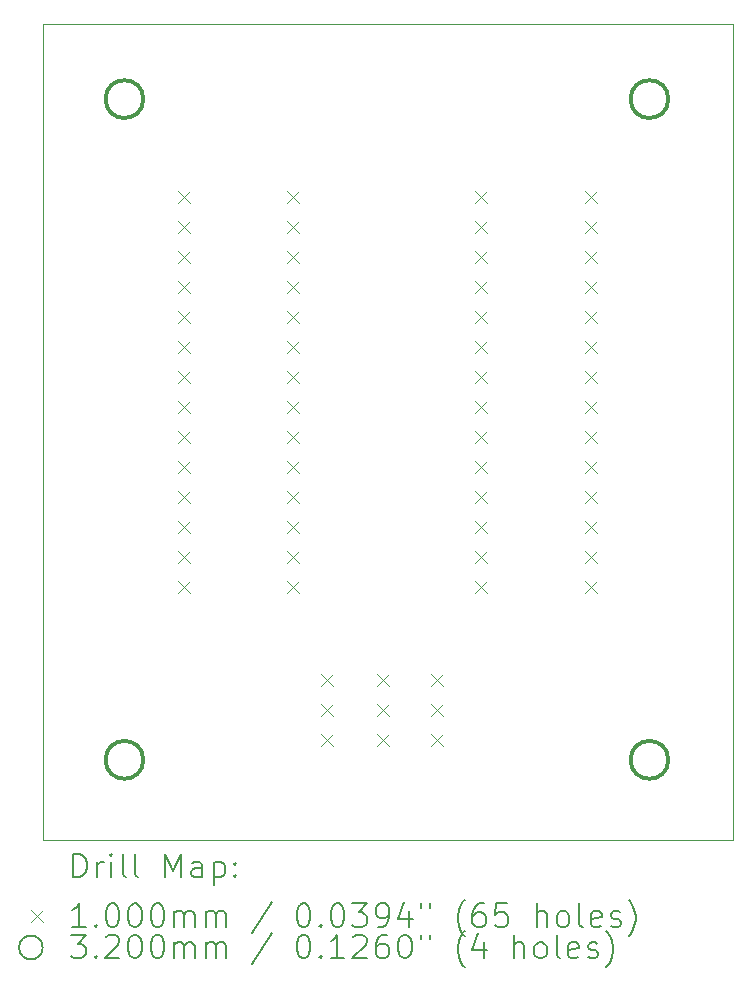
<source format=gbr>
%TF.GenerationSoftware,KiCad,Pcbnew,(6.0.9)*%
%TF.CreationDate,2024-12-27T08:11:09-03:00*%
%TF.ProjectId,shield teensy_v2,73686965-6c64-4207-9465-656e73795f76,rev?*%
%TF.SameCoordinates,Original*%
%TF.FileFunction,Drillmap*%
%TF.FilePolarity,Positive*%
%FSLAX45Y45*%
G04 Gerber Fmt 4.5, Leading zero omitted, Abs format (unit mm)*
G04 Created by KiCad (PCBNEW (6.0.9)) date 2024-12-27 08:11:09*
%MOMM*%
%LPD*%
G01*
G04 APERTURE LIST*
%ADD10C,0.100000*%
%ADD11C,0.200000*%
%ADD12C,0.320000*%
G04 APERTURE END LIST*
D10*
X20173000Y-13145000D02*
X14334000Y-13145000D01*
X14334000Y-13145000D02*
X14334000Y-6237000D01*
X14334000Y-6237000D02*
X20173000Y-6237000D01*
X20173000Y-6237000D02*
X20173000Y-13145000D01*
D11*
D10*
X15474119Y-7652500D02*
X15574119Y-7752500D01*
X15574119Y-7652500D02*
X15474119Y-7752500D01*
X15474119Y-7906500D02*
X15574119Y-8006500D01*
X15574119Y-7906500D02*
X15474119Y-8006500D01*
X15474119Y-8160500D02*
X15574119Y-8260500D01*
X15574119Y-8160500D02*
X15474119Y-8260500D01*
X15474119Y-8414500D02*
X15574119Y-8514500D01*
X15574119Y-8414500D02*
X15474119Y-8514500D01*
X15474119Y-8668500D02*
X15574119Y-8768500D01*
X15574119Y-8668500D02*
X15474119Y-8768500D01*
X15474119Y-8922500D02*
X15574119Y-9022500D01*
X15574119Y-8922500D02*
X15474119Y-9022500D01*
X15474119Y-9176500D02*
X15574119Y-9276500D01*
X15574119Y-9176500D02*
X15474119Y-9276500D01*
X15474119Y-9430500D02*
X15574119Y-9530500D01*
X15574119Y-9430500D02*
X15474119Y-9530500D01*
X15474119Y-9684500D02*
X15574119Y-9784500D01*
X15574119Y-9684500D02*
X15474119Y-9784500D01*
X15474119Y-9938500D02*
X15574119Y-10038500D01*
X15574119Y-9938500D02*
X15474119Y-10038500D01*
X15474119Y-10192500D02*
X15574119Y-10292500D01*
X15574119Y-10192500D02*
X15474119Y-10292500D01*
X15474119Y-10446500D02*
X15574119Y-10546500D01*
X15574119Y-10446500D02*
X15474119Y-10546500D01*
X15474119Y-10700500D02*
X15574119Y-10800500D01*
X15574119Y-10700500D02*
X15474119Y-10800500D01*
X15474119Y-10954500D02*
X15574119Y-11054500D01*
X15574119Y-10954500D02*
X15474119Y-11054500D01*
X16395619Y-7652500D02*
X16495619Y-7752500D01*
X16495619Y-7652500D02*
X16395619Y-7752500D01*
X16395619Y-7906500D02*
X16495619Y-8006500D01*
X16495619Y-7906500D02*
X16395619Y-8006500D01*
X16395619Y-8160500D02*
X16495619Y-8260500D01*
X16495619Y-8160500D02*
X16395619Y-8260500D01*
X16395619Y-8414500D02*
X16495619Y-8514500D01*
X16495619Y-8414500D02*
X16395619Y-8514500D01*
X16395619Y-8668500D02*
X16495619Y-8768500D01*
X16495619Y-8668500D02*
X16395619Y-8768500D01*
X16395619Y-8922500D02*
X16495619Y-9022500D01*
X16495619Y-8922500D02*
X16395619Y-9022500D01*
X16395619Y-9176500D02*
X16495619Y-9276500D01*
X16495619Y-9176500D02*
X16395619Y-9276500D01*
X16395619Y-9430500D02*
X16495619Y-9530500D01*
X16495619Y-9430500D02*
X16395619Y-9530500D01*
X16395619Y-9684500D02*
X16495619Y-9784500D01*
X16495619Y-9684500D02*
X16395619Y-9784500D01*
X16395619Y-9938500D02*
X16495619Y-10038500D01*
X16495619Y-9938500D02*
X16395619Y-10038500D01*
X16395619Y-10192500D02*
X16495619Y-10292500D01*
X16495619Y-10192500D02*
X16395619Y-10292500D01*
X16395619Y-10446500D02*
X16495619Y-10546500D01*
X16495619Y-10446500D02*
X16395619Y-10546500D01*
X16395619Y-10700500D02*
X16495619Y-10800500D01*
X16495619Y-10700500D02*
X16395619Y-10800500D01*
X16395619Y-10954500D02*
X16495619Y-11054500D01*
X16495619Y-10954500D02*
X16395619Y-11054500D01*
X16689000Y-11736000D02*
X16789000Y-11836000D01*
X16789000Y-11736000D02*
X16689000Y-11836000D01*
X16689000Y-11990000D02*
X16789000Y-12090000D01*
X16789000Y-11990000D02*
X16689000Y-12090000D01*
X16689000Y-12244000D02*
X16789000Y-12344000D01*
X16789000Y-12244000D02*
X16689000Y-12344000D01*
X17158000Y-11736000D02*
X17258000Y-11836000D01*
X17258000Y-11736000D02*
X17158000Y-11836000D01*
X17158000Y-11990000D02*
X17258000Y-12090000D01*
X17258000Y-11990000D02*
X17158000Y-12090000D01*
X17158000Y-12244000D02*
X17258000Y-12344000D01*
X17258000Y-12244000D02*
X17158000Y-12344000D01*
X17618000Y-11736000D02*
X17718000Y-11836000D01*
X17718000Y-11736000D02*
X17618000Y-11836000D01*
X17618000Y-11990000D02*
X17718000Y-12090000D01*
X17718000Y-11990000D02*
X17618000Y-12090000D01*
X17618000Y-12244000D02*
X17718000Y-12344000D01*
X17718000Y-12244000D02*
X17618000Y-12344000D01*
X17987000Y-7652500D02*
X18087000Y-7752500D01*
X18087000Y-7652500D02*
X17987000Y-7752500D01*
X17987000Y-7906500D02*
X18087000Y-8006500D01*
X18087000Y-7906500D02*
X17987000Y-8006500D01*
X17987000Y-8160500D02*
X18087000Y-8260500D01*
X18087000Y-8160500D02*
X17987000Y-8260500D01*
X17987000Y-8414500D02*
X18087000Y-8514500D01*
X18087000Y-8414500D02*
X17987000Y-8514500D01*
X17987000Y-8668500D02*
X18087000Y-8768500D01*
X18087000Y-8668500D02*
X17987000Y-8768500D01*
X17987000Y-8922500D02*
X18087000Y-9022500D01*
X18087000Y-8922500D02*
X17987000Y-9022500D01*
X17987000Y-9176500D02*
X18087000Y-9276500D01*
X18087000Y-9176500D02*
X17987000Y-9276500D01*
X17987000Y-9430500D02*
X18087000Y-9530500D01*
X18087000Y-9430500D02*
X17987000Y-9530500D01*
X17987000Y-9684500D02*
X18087000Y-9784500D01*
X18087000Y-9684500D02*
X17987000Y-9784500D01*
X17987000Y-9938500D02*
X18087000Y-10038500D01*
X18087000Y-9938500D02*
X17987000Y-10038500D01*
X17987000Y-10192500D02*
X18087000Y-10292500D01*
X18087000Y-10192500D02*
X17987000Y-10292500D01*
X17987000Y-10446500D02*
X18087000Y-10546500D01*
X18087000Y-10446500D02*
X17987000Y-10546500D01*
X17987000Y-10700500D02*
X18087000Y-10800500D01*
X18087000Y-10700500D02*
X17987000Y-10800500D01*
X17987000Y-10954500D02*
X18087000Y-11054500D01*
X18087000Y-10954500D02*
X17987000Y-11054500D01*
X18922072Y-7652500D02*
X19022072Y-7752500D01*
X19022072Y-7652500D02*
X18922072Y-7752500D01*
X18922072Y-7906500D02*
X19022072Y-8006500D01*
X19022072Y-7906500D02*
X18922072Y-8006500D01*
X18922072Y-8160500D02*
X19022072Y-8260500D01*
X19022072Y-8160500D02*
X18922072Y-8260500D01*
X18922072Y-8414500D02*
X19022072Y-8514500D01*
X19022072Y-8414500D02*
X18922072Y-8514500D01*
X18922072Y-8668500D02*
X19022072Y-8768500D01*
X19022072Y-8668500D02*
X18922072Y-8768500D01*
X18922072Y-8922500D02*
X19022072Y-9022500D01*
X19022072Y-8922500D02*
X18922072Y-9022500D01*
X18922072Y-9176500D02*
X19022072Y-9276500D01*
X19022072Y-9176500D02*
X18922072Y-9276500D01*
X18922072Y-9430500D02*
X19022072Y-9530500D01*
X19022072Y-9430500D02*
X18922072Y-9530500D01*
X18922072Y-9684500D02*
X19022072Y-9784500D01*
X19022072Y-9684500D02*
X18922072Y-9784500D01*
X18922072Y-9938500D02*
X19022072Y-10038500D01*
X19022072Y-9938500D02*
X18922072Y-10038500D01*
X18922072Y-10192500D02*
X19022072Y-10292500D01*
X19022072Y-10192500D02*
X18922072Y-10292500D01*
X18922072Y-10446500D02*
X19022072Y-10546500D01*
X19022072Y-10446500D02*
X18922072Y-10546500D01*
X18922072Y-10700500D02*
X19022072Y-10800500D01*
X19022072Y-10700500D02*
X18922072Y-10800500D01*
X18922072Y-10954500D02*
X19022072Y-11054500D01*
X19022072Y-10954500D02*
X18922072Y-11054500D01*
D12*
X15181000Y-6871000D02*
G75*
G03*
X15181000Y-6871000I-160000J0D01*
G01*
X15181000Y-12465000D02*
G75*
G03*
X15181000Y-12465000I-160000J0D01*
G01*
X19626000Y-6871000D02*
G75*
G03*
X19626000Y-6871000I-160000J0D01*
G01*
X19626000Y-12465000D02*
G75*
G03*
X19626000Y-12465000I-160000J0D01*
G01*
D11*
X14586619Y-13460476D02*
X14586619Y-13260476D01*
X14634238Y-13260476D01*
X14662809Y-13270000D01*
X14681857Y-13289048D01*
X14691381Y-13308095D01*
X14700905Y-13346190D01*
X14700905Y-13374762D01*
X14691381Y-13412857D01*
X14681857Y-13431905D01*
X14662809Y-13450952D01*
X14634238Y-13460476D01*
X14586619Y-13460476D01*
X14786619Y-13460476D02*
X14786619Y-13327143D01*
X14786619Y-13365238D02*
X14796143Y-13346190D01*
X14805667Y-13336667D01*
X14824714Y-13327143D01*
X14843762Y-13327143D01*
X14910428Y-13460476D02*
X14910428Y-13327143D01*
X14910428Y-13260476D02*
X14900905Y-13270000D01*
X14910428Y-13279524D01*
X14919952Y-13270000D01*
X14910428Y-13260476D01*
X14910428Y-13279524D01*
X15034238Y-13460476D02*
X15015190Y-13450952D01*
X15005667Y-13431905D01*
X15005667Y-13260476D01*
X15139000Y-13460476D02*
X15119952Y-13450952D01*
X15110428Y-13431905D01*
X15110428Y-13260476D01*
X15367571Y-13460476D02*
X15367571Y-13260476D01*
X15434238Y-13403333D01*
X15500905Y-13260476D01*
X15500905Y-13460476D01*
X15681857Y-13460476D02*
X15681857Y-13355714D01*
X15672333Y-13336667D01*
X15653286Y-13327143D01*
X15615190Y-13327143D01*
X15596143Y-13336667D01*
X15681857Y-13450952D02*
X15662809Y-13460476D01*
X15615190Y-13460476D01*
X15596143Y-13450952D01*
X15586619Y-13431905D01*
X15586619Y-13412857D01*
X15596143Y-13393809D01*
X15615190Y-13384286D01*
X15662809Y-13384286D01*
X15681857Y-13374762D01*
X15777095Y-13327143D02*
X15777095Y-13527143D01*
X15777095Y-13336667D02*
X15796143Y-13327143D01*
X15834238Y-13327143D01*
X15853286Y-13336667D01*
X15862809Y-13346190D01*
X15872333Y-13365238D01*
X15872333Y-13422381D01*
X15862809Y-13441428D01*
X15853286Y-13450952D01*
X15834238Y-13460476D01*
X15796143Y-13460476D01*
X15777095Y-13450952D01*
X15958048Y-13441428D02*
X15967571Y-13450952D01*
X15958048Y-13460476D01*
X15948524Y-13450952D01*
X15958048Y-13441428D01*
X15958048Y-13460476D01*
X15958048Y-13336667D02*
X15967571Y-13346190D01*
X15958048Y-13355714D01*
X15948524Y-13346190D01*
X15958048Y-13336667D01*
X15958048Y-13355714D01*
D10*
X14229000Y-13740000D02*
X14329000Y-13840000D01*
X14329000Y-13740000D02*
X14229000Y-13840000D01*
D11*
X14691381Y-13880476D02*
X14577095Y-13880476D01*
X14634238Y-13880476D02*
X14634238Y-13680476D01*
X14615190Y-13709048D01*
X14596143Y-13728095D01*
X14577095Y-13737619D01*
X14777095Y-13861428D02*
X14786619Y-13870952D01*
X14777095Y-13880476D01*
X14767571Y-13870952D01*
X14777095Y-13861428D01*
X14777095Y-13880476D01*
X14910428Y-13680476D02*
X14929476Y-13680476D01*
X14948524Y-13690000D01*
X14958048Y-13699524D01*
X14967571Y-13718571D01*
X14977095Y-13756667D01*
X14977095Y-13804286D01*
X14967571Y-13842381D01*
X14958048Y-13861428D01*
X14948524Y-13870952D01*
X14929476Y-13880476D01*
X14910428Y-13880476D01*
X14891381Y-13870952D01*
X14881857Y-13861428D01*
X14872333Y-13842381D01*
X14862809Y-13804286D01*
X14862809Y-13756667D01*
X14872333Y-13718571D01*
X14881857Y-13699524D01*
X14891381Y-13690000D01*
X14910428Y-13680476D01*
X15100905Y-13680476D02*
X15119952Y-13680476D01*
X15139000Y-13690000D01*
X15148524Y-13699524D01*
X15158048Y-13718571D01*
X15167571Y-13756667D01*
X15167571Y-13804286D01*
X15158048Y-13842381D01*
X15148524Y-13861428D01*
X15139000Y-13870952D01*
X15119952Y-13880476D01*
X15100905Y-13880476D01*
X15081857Y-13870952D01*
X15072333Y-13861428D01*
X15062809Y-13842381D01*
X15053286Y-13804286D01*
X15053286Y-13756667D01*
X15062809Y-13718571D01*
X15072333Y-13699524D01*
X15081857Y-13690000D01*
X15100905Y-13680476D01*
X15291381Y-13680476D02*
X15310428Y-13680476D01*
X15329476Y-13690000D01*
X15339000Y-13699524D01*
X15348524Y-13718571D01*
X15358048Y-13756667D01*
X15358048Y-13804286D01*
X15348524Y-13842381D01*
X15339000Y-13861428D01*
X15329476Y-13870952D01*
X15310428Y-13880476D01*
X15291381Y-13880476D01*
X15272333Y-13870952D01*
X15262809Y-13861428D01*
X15253286Y-13842381D01*
X15243762Y-13804286D01*
X15243762Y-13756667D01*
X15253286Y-13718571D01*
X15262809Y-13699524D01*
X15272333Y-13690000D01*
X15291381Y-13680476D01*
X15443762Y-13880476D02*
X15443762Y-13747143D01*
X15443762Y-13766190D02*
X15453286Y-13756667D01*
X15472333Y-13747143D01*
X15500905Y-13747143D01*
X15519952Y-13756667D01*
X15529476Y-13775714D01*
X15529476Y-13880476D01*
X15529476Y-13775714D02*
X15539000Y-13756667D01*
X15558048Y-13747143D01*
X15586619Y-13747143D01*
X15605667Y-13756667D01*
X15615190Y-13775714D01*
X15615190Y-13880476D01*
X15710428Y-13880476D02*
X15710428Y-13747143D01*
X15710428Y-13766190D02*
X15719952Y-13756667D01*
X15739000Y-13747143D01*
X15767571Y-13747143D01*
X15786619Y-13756667D01*
X15796143Y-13775714D01*
X15796143Y-13880476D01*
X15796143Y-13775714D02*
X15805667Y-13756667D01*
X15824714Y-13747143D01*
X15853286Y-13747143D01*
X15872333Y-13756667D01*
X15881857Y-13775714D01*
X15881857Y-13880476D01*
X16272333Y-13670952D02*
X16100905Y-13928095D01*
X16529476Y-13680476D02*
X16548524Y-13680476D01*
X16567571Y-13690000D01*
X16577095Y-13699524D01*
X16586619Y-13718571D01*
X16596143Y-13756667D01*
X16596143Y-13804286D01*
X16586619Y-13842381D01*
X16577095Y-13861428D01*
X16567571Y-13870952D01*
X16548524Y-13880476D01*
X16529476Y-13880476D01*
X16510428Y-13870952D01*
X16500905Y-13861428D01*
X16491381Y-13842381D01*
X16481857Y-13804286D01*
X16481857Y-13756667D01*
X16491381Y-13718571D01*
X16500905Y-13699524D01*
X16510428Y-13690000D01*
X16529476Y-13680476D01*
X16681857Y-13861428D02*
X16691381Y-13870952D01*
X16681857Y-13880476D01*
X16672333Y-13870952D01*
X16681857Y-13861428D01*
X16681857Y-13880476D01*
X16815190Y-13680476D02*
X16834238Y-13680476D01*
X16853286Y-13690000D01*
X16862810Y-13699524D01*
X16872333Y-13718571D01*
X16881857Y-13756667D01*
X16881857Y-13804286D01*
X16872333Y-13842381D01*
X16862810Y-13861428D01*
X16853286Y-13870952D01*
X16834238Y-13880476D01*
X16815190Y-13880476D01*
X16796143Y-13870952D01*
X16786619Y-13861428D01*
X16777095Y-13842381D01*
X16767571Y-13804286D01*
X16767571Y-13756667D01*
X16777095Y-13718571D01*
X16786619Y-13699524D01*
X16796143Y-13690000D01*
X16815190Y-13680476D01*
X16948524Y-13680476D02*
X17072333Y-13680476D01*
X17005667Y-13756667D01*
X17034238Y-13756667D01*
X17053286Y-13766190D01*
X17062810Y-13775714D01*
X17072333Y-13794762D01*
X17072333Y-13842381D01*
X17062810Y-13861428D01*
X17053286Y-13870952D01*
X17034238Y-13880476D01*
X16977095Y-13880476D01*
X16958048Y-13870952D01*
X16948524Y-13861428D01*
X17167571Y-13880476D02*
X17205667Y-13880476D01*
X17224714Y-13870952D01*
X17234238Y-13861428D01*
X17253286Y-13832857D01*
X17262810Y-13794762D01*
X17262810Y-13718571D01*
X17253286Y-13699524D01*
X17243762Y-13690000D01*
X17224714Y-13680476D01*
X17186619Y-13680476D01*
X17167571Y-13690000D01*
X17158048Y-13699524D01*
X17148524Y-13718571D01*
X17148524Y-13766190D01*
X17158048Y-13785238D01*
X17167571Y-13794762D01*
X17186619Y-13804286D01*
X17224714Y-13804286D01*
X17243762Y-13794762D01*
X17253286Y-13785238D01*
X17262810Y-13766190D01*
X17434238Y-13747143D02*
X17434238Y-13880476D01*
X17386619Y-13670952D02*
X17339000Y-13813809D01*
X17462810Y-13813809D01*
X17529476Y-13680476D02*
X17529476Y-13718571D01*
X17605667Y-13680476D02*
X17605667Y-13718571D01*
X17900905Y-13956667D02*
X17891381Y-13947143D01*
X17872333Y-13918571D01*
X17862810Y-13899524D01*
X17853286Y-13870952D01*
X17843762Y-13823333D01*
X17843762Y-13785238D01*
X17853286Y-13737619D01*
X17862810Y-13709048D01*
X17872333Y-13690000D01*
X17891381Y-13661428D01*
X17900905Y-13651905D01*
X18062810Y-13680476D02*
X18024714Y-13680476D01*
X18005667Y-13690000D01*
X17996143Y-13699524D01*
X17977095Y-13728095D01*
X17967571Y-13766190D01*
X17967571Y-13842381D01*
X17977095Y-13861428D01*
X17986619Y-13870952D01*
X18005667Y-13880476D01*
X18043762Y-13880476D01*
X18062810Y-13870952D01*
X18072333Y-13861428D01*
X18081857Y-13842381D01*
X18081857Y-13794762D01*
X18072333Y-13775714D01*
X18062810Y-13766190D01*
X18043762Y-13756667D01*
X18005667Y-13756667D01*
X17986619Y-13766190D01*
X17977095Y-13775714D01*
X17967571Y-13794762D01*
X18262810Y-13680476D02*
X18167571Y-13680476D01*
X18158048Y-13775714D01*
X18167571Y-13766190D01*
X18186619Y-13756667D01*
X18234238Y-13756667D01*
X18253286Y-13766190D01*
X18262810Y-13775714D01*
X18272333Y-13794762D01*
X18272333Y-13842381D01*
X18262810Y-13861428D01*
X18253286Y-13870952D01*
X18234238Y-13880476D01*
X18186619Y-13880476D01*
X18167571Y-13870952D01*
X18158048Y-13861428D01*
X18510429Y-13880476D02*
X18510429Y-13680476D01*
X18596143Y-13880476D02*
X18596143Y-13775714D01*
X18586619Y-13756667D01*
X18567571Y-13747143D01*
X18539000Y-13747143D01*
X18519952Y-13756667D01*
X18510429Y-13766190D01*
X18719952Y-13880476D02*
X18700905Y-13870952D01*
X18691381Y-13861428D01*
X18681857Y-13842381D01*
X18681857Y-13785238D01*
X18691381Y-13766190D01*
X18700905Y-13756667D01*
X18719952Y-13747143D01*
X18748524Y-13747143D01*
X18767571Y-13756667D01*
X18777095Y-13766190D01*
X18786619Y-13785238D01*
X18786619Y-13842381D01*
X18777095Y-13861428D01*
X18767571Y-13870952D01*
X18748524Y-13880476D01*
X18719952Y-13880476D01*
X18900905Y-13880476D02*
X18881857Y-13870952D01*
X18872333Y-13851905D01*
X18872333Y-13680476D01*
X19053286Y-13870952D02*
X19034238Y-13880476D01*
X18996143Y-13880476D01*
X18977095Y-13870952D01*
X18967571Y-13851905D01*
X18967571Y-13775714D01*
X18977095Y-13756667D01*
X18996143Y-13747143D01*
X19034238Y-13747143D01*
X19053286Y-13756667D01*
X19062810Y-13775714D01*
X19062810Y-13794762D01*
X18967571Y-13813809D01*
X19139000Y-13870952D02*
X19158048Y-13880476D01*
X19196143Y-13880476D01*
X19215190Y-13870952D01*
X19224714Y-13851905D01*
X19224714Y-13842381D01*
X19215190Y-13823333D01*
X19196143Y-13813809D01*
X19167571Y-13813809D01*
X19148524Y-13804286D01*
X19139000Y-13785238D01*
X19139000Y-13775714D01*
X19148524Y-13756667D01*
X19167571Y-13747143D01*
X19196143Y-13747143D01*
X19215190Y-13756667D01*
X19291381Y-13956667D02*
X19300905Y-13947143D01*
X19319952Y-13918571D01*
X19329476Y-13899524D01*
X19339000Y-13870952D01*
X19348524Y-13823333D01*
X19348524Y-13785238D01*
X19339000Y-13737619D01*
X19329476Y-13709048D01*
X19319952Y-13690000D01*
X19300905Y-13661428D01*
X19291381Y-13651905D01*
X14329000Y-14054000D02*
G75*
G03*
X14329000Y-14054000I-100000J0D01*
G01*
X14567571Y-13944476D02*
X14691381Y-13944476D01*
X14624714Y-14020667D01*
X14653286Y-14020667D01*
X14672333Y-14030190D01*
X14681857Y-14039714D01*
X14691381Y-14058762D01*
X14691381Y-14106381D01*
X14681857Y-14125428D01*
X14672333Y-14134952D01*
X14653286Y-14144476D01*
X14596143Y-14144476D01*
X14577095Y-14134952D01*
X14567571Y-14125428D01*
X14777095Y-14125428D02*
X14786619Y-14134952D01*
X14777095Y-14144476D01*
X14767571Y-14134952D01*
X14777095Y-14125428D01*
X14777095Y-14144476D01*
X14862809Y-13963524D02*
X14872333Y-13954000D01*
X14891381Y-13944476D01*
X14939000Y-13944476D01*
X14958048Y-13954000D01*
X14967571Y-13963524D01*
X14977095Y-13982571D01*
X14977095Y-14001619D01*
X14967571Y-14030190D01*
X14853286Y-14144476D01*
X14977095Y-14144476D01*
X15100905Y-13944476D02*
X15119952Y-13944476D01*
X15139000Y-13954000D01*
X15148524Y-13963524D01*
X15158048Y-13982571D01*
X15167571Y-14020667D01*
X15167571Y-14068286D01*
X15158048Y-14106381D01*
X15148524Y-14125428D01*
X15139000Y-14134952D01*
X15119952Y-14144476D01*
X15100905Y-14144476D01*
X15081857Y-14134952D01*
X15072333Y-14125428D01*
X15062809Y-14106381D01*
X15053286Y-14068286D01*
X15053286Y-14020667D01*
X15062809Y-13982571D01*
X15072333Y-13963524D01*
X15081857Y-13954000D01*
X15100905Y-13944476D01*
X15291381Y-13944476D02*
X15310428Y-13944476D01*
X15329476Y-13954000D01*
X15339000Y-13963524D01*
X15348524Y-13982571D01*
X15358048Y-14020667D01*
X15358048Y-14068286D01*
X15348524Y-14106381D01*
X15339000Y-14125428D01*
X15329476Y-14134952D01*
X15310428Y-14144476D01*
X15291381Y-14144476D01*
X15272333Y-14134952D01*
X15262809Y-14125428D01*
X15253286Y-14106381D01*
X15243762Y-14068286D01*
X15243762Y-14020667D01*
X15253286Y-13982571D01*
X15262809Y-13963524D01*
X15272333Y-13954000D01*
X15291381Y-13944476D01*
X15443762Y-14144476D02*
X15443762Y-14011143D01*
X15443762Y-14030190D02*
X15453286Y-14020667D01*
X15472333Y-14011143D01*
X15500905Y-14011143D01*
X15519952Y-14020667D01*
X15529476Y-14039714D01*
X15529476Y-14144476D01*
X15529476Y-14039714D02*
X15539000Y-14020667D01*
X15558048Y-14011143D01*
X15586619Y-14011143D01*
X15605667Y-14020667D01*
X15615190Y-14039714D01*
X15615190Y-14144476D01*
X15710428Y-14144476D02*
X15710428Y-14011143D01*
X15710428Y-14030190D02*
X15719952Y-14020667D01*
X15739000Y-14011143D01*
X15767571Y-14011143D01*
X15786619Y-14020667D01*
X15796143Y-14039714D01*
X15796143Y-14144476D01*
X15796143Y-14039714D02*
X15805667Y-14020667D01*
X15824714Y-14011143D01*
X15853286Y-14011143D01*
X15872333Y-14020667D01*
X15881857Y-14039714D01*
X15881857Y-14144476D01*
X16272333Y-13934952D02*
X16100905Y-14192095D01*
X16529476Y-13944476D02*
X16548524Y-13944476D01*
X16567571Y-13954000D01*
X16577095Y-13963524D01*
X16586619Y-13982571D01*
X16596143Y-14020667D01*
X16596143Y-14068286D01*
X16586619Y-14106381D01*
X16577095Y-14125428D01*
X16567571Y-14134952D01*
X16548524Y-14144476D01*
X16529476Y-14144476D01*
X16510428Y-14134952D01*
X16500905Y-14125428D01*
X16491381Y-14106381D01*
X16481857Y-14068286D01*
X16481857Y-14020667D01*
X16491381Y-13982571D01*
X16500905Y-13963524D01*
X16510428Y-13954000D01*
X16529476Y-13944476D01*
X16681857Y-14125428D02*
X16691381Y-14134952D01*
X16681857Y-14144476D01*
X16672333Y-14134952D01*
X16681857Y-14125428D01*
X16681857Y-14144476D01*
X16881857Y-14144476D02*
X16767571Y-14144476D01*
X16824714Y-14144476D02*
X16824714Y-13944476D01*
X16805667Y-13973048D01*
X16786619Y-13992095D01*
X16767571Y-14001619D01*
X16958048Y-13963524D02*
X16967571Y-13954000D01*
X16986619Y-13944476D01*
X17034238Y-13944476D01*
X17053286Y-13954000D01*
X17062810Y-13963524D01*
X17072333Y-13982571D01*
X17072333Y-14001619D01*
X17062810Y-14030190D01*
X16948524Y-14144476D01*
X17072333Y-14144476D01*
X17243762Y-13944476D02*
X17205667Y-13944476D01*
X17186619Y-13954000D01*
X17177095Y-13963524D01*
X17158048Y-13992095D01*
X17148524Y-14030190D01*
X17148524Y-14106381D01*
X17158048Y-14125428D01*
X17167571Y-14134952D01*
X17186619Y-14144476D01*
X17224714Y-14144476D01*
X17243762Y-14134952D01*
X17253286Y-14125428D01*
X17262810Y-14106381D01*
X17262810Y-14058762D01*
X17253286Y-14039714D01*
X17243762Y-14030190D01*
X17224714Y-14020667D01*
X17186619Y-14020667D01*
X17167571Y-14030190D01*
X17158048Y-14039714D01*
X17148524Y-14058762D01*
X17386619Y-13944476D02*
X17405667Y-13944476D01*
X17424714Y-13954000D01*
X17434238Y-13963524D01*
X17443762Y-13982571D01*
X17453286Y-14020667D01*
X17453286Y-14068286D01*
X17443762Y-14106381D01*
X17434238Y-14125428D01*
X17424714Y-14134952D01*
X17405667Y-14144476D01*
X17386619Y-14144476D01*
X17367571Y-14134952D01*
X17358048Y-14125428D01*
X17348524Y-14106381D01*
X17339000Y-14068286D01*
X17339000Y-14020667D01*
X17348524Y-13982571D01*
X17358048Y-13963524D01*
X17367571Y-13954000D01*
X17386619Y-13944476D01*
X17529476Y-13944476D02*
X17529476Y-13982571D01*
X17605667Y-13944476D02*
X17605667Y-13982571D01*
X17900905Y-14220667D02*
X17891381Y-14211143D01*
X17872333Y-14182571D01*
X17862810Y-14163524D01*
X17853286Y-14134952D01*
X17843762Y-14087333D01*
X17843762Y-14049238D01*
X17853286Y-14001619D01*
X17862810Y-13973048D01*
X17872333Y-13954000D01*
X17891381Y-13925428D01*
X17900905Y-13915905D01*
X18062810Y-14011143D02*
X18062810Y-14144476D01*
X18015190Y-13934952D02*
X17967571Y-14077809D01*
X18091381Y-14077809D01*
X18319952Y-14144476D02*
X18319952Y-13944476D01*
X18405667Y-14144476D02*
X18405667Y-14039714D01*
X18396143Y-14020667D01*
X18377095Y-14011143D01*
X18348524Y-14011143D01*
X18329476Y-14020667D01*
X18319952Y-14030190D01*
X18529476Y-14144476D02*
X18510429Y-14134952D01*
X18500905Y-14125428D01*
X18491381Y-14106381D01*
X18491381Y-14049238D01*
X18500905Y-14030190D01*
X18510429Y-14020667D01*
X18529476Y-14011143D01*
X18558048Y-14011143D01*
X18577095Y-14020667D01*
X18586619Y-14030190D01*
X18596143Y-14049238D01*
X18596143Y-14106381D01*
X18586619Y-14125428D01*
X18577095Y-14134952D01*
X18558048Y-14144476D01*
X18529476Y-14144476D01*
X18710429Y-14144476D02*
X18691381Y-14134952D01*
X18681857Y-14115905D01*
X18681857Y-13944476D01*
X18862810Y-14134952D02*
X18843762Y-14144476D01*
X18805667Y-14144476D01*
X18786619Y-14134952D01*
X18777095Y-14115905D01*
X18777095Y-14039714D01*
X18786619Y-14020667D01*
X18805667Y-14011143D01*
X18843762Y-14011143D01*
X18862810Y-14020667D01*
X18872333Y-14039714D01*
X18872333Y-14058762D01*
X18777095Y-14077809D01*
X18948524Y-14134952D02*
X18967571Y-14144476D01*
X19005667Y-14144476D01*
X19024714Y-14134952D01*
X19034238Y-14115905D01*
X19034238Y-14106381D01*
X19024714Y-14087333D01*
X19005667Y-14077809D01*
X18977095Y-14077809D01*
X18958048Y-14068286D01*
X18948524Y-14049238D01*
X18948524Y-14039714D01*
X18958048Y-14020667D01*
X18977095Y-14011143D01*
X19005667Y-14011143D01*
X19024714Y-14020667D01*
X19100905Y-14220667D02*
X19110429Y-14211143D01*
X19129476Y-14182571D01*
X19139000Y-14163524D01*
X19148524Y-14134952D01*
X19158048Y-14087333D01*
X19158048Y-14049238D01*
X19148524Y-14001619D01*
X19139000Y-13973048D01*
X19129476Y-13954000D01*
X19110429Y-13925428D01*
X19100905Y-13915905D01*
M02*

</source>
